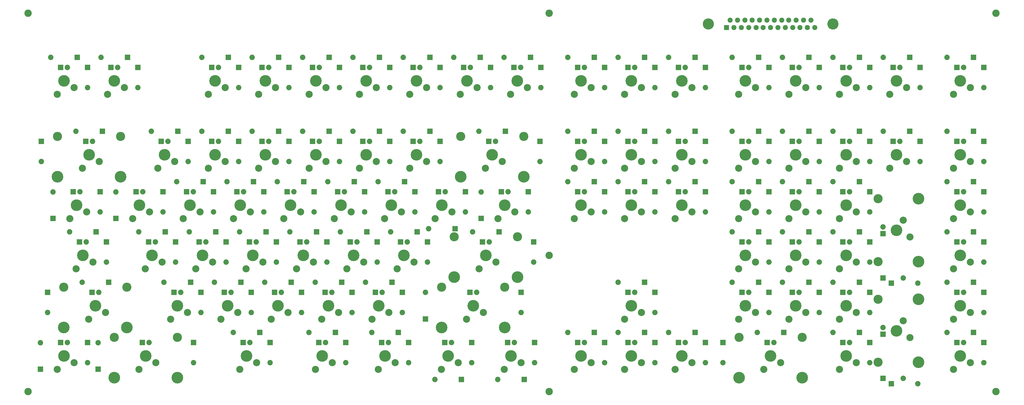
<source format=gts>
G04 #@! TF.FileFunction,Soldermask,Top*
%FSLAX46Y46*%
G04 Gerber Fmt 4.6, Leading zero omitted, Abs format (unit mm)*
G04 Created by KiCad (PCBNEW 4.0.7) date 12/14/17 04:12:44*
%MOMM*%
%LPD*%
G01*
G04 APERTURE LIST*
%ADD10C,0.100000*%
%ADD11C,2.686000*%
%ADD12C,4.387800*%
%ADD13C,2.051000*%
%ADD14R,2.051000X2.051000*%
%ADD15C,4.210000*%
%ADD16R,1.924000X1.924000*%
%ADD17C,1.924000*%
%ADD18C,4.400000*%
%ADD19C,3.450000*%
%ADD20C,2.800000*%
G04 APERTURE END LIST*
D10*
D11*
X309460000Y-138080000D03*
X315810000Y-135540000D03*
D12*
X312000000Y-133000000D03*
D13*
X320890000Y-135540000D03*
D14*
X320890000Y-127920000D03*
D13*
X313270000Y-127920000D03*
D14*
X310730000Y-127920000D03*
X317000000Y-124110000D03*
D13*
X307000000Y-124110000D03*
D15*
X306995000Y-7500000D03*
X260005000Y-7500000D03*
D16*
X266863000Y-8897000D03*
D17*
X269657000Y-8897000D03*
X272451000Y-8897000D03*
X275245000Y-8897000D03*
X278039000Y-8897000D03*
X280706000Y-8897000D03*
X283500000Y-8897000D03*
X286294000Y-8897000D03*
X289088000Y-8897000D03*
X291882000Y-8897000D03*
X294549000Y-8897000D03*
X297343000Y-8897000D03*
X300137000Y-8897000D03*
X268260000Y-6103000D03*
X271054000Y-6103000D03*
X273848000Y-6103000D03*
X276515000Y-6103000D03*
X279309000Y-6103000D03*
X282103000Y-6103000D03*
X284897000Y-6103000D03*
X287691000Y-6103000D03*
X290358000Y-6103000D03*
X293152000Y-6103000D03*
X295946000Y-6103000D03*
X298740000Y-6103000D03*
D11*
X71460000Y-34080000D03*
X77810000Y-31540000D03*
D12*
X74000000Y-29000000D03*
D13*
X82890000Y-31540000D03*
D14*
X82890000Y-23920000D03*
D13*
X75270000Y-23920000D03*
D14*
X72730000Y-23920000D03*
X79000000Y-20110000D03*
D13*
X69000000Y-20110000D03*
D11*
X90460000Y-34080000D03*
X96810000Y-31540000D03*
D12*
X93000000Y-29000000D03*
D13*
X101890000Y-31540000D03*
D14*
X101890000Y-23920000D03*
D13*
X94270000Y-23920000D03*
D14*
X91730000Y-23920000D03*
X98000000Y-20110000D03*
D13*
X88000000Y-20110000D03*
D11*
X109460000Y-34080000D03*
X115810000Y-31540000D03*
D12*
X112000000Y-29000000D03*
D13*
X120890000Y-31540000D03*
D14*
X120890000Y-23920000D03*
D13*
X113270000Y-23920000D03*
D14*
X110730000Y-23920000D03*
X117000000Y-20110000D03*
D13*
X107000000Y-20110000D03*
D11*
X128460000Y-34080000D03*
X134810000Y-31540000D03*
D12*
X131000000Y-29000000D03*
D13*
X139890000Y-31540000D03*
D14*
X139890000Y-23920000D03*
D13*
X132270000Y-23920000D03*
D14*
X129730000Y-23920000D03*
X136000000Y-20110000D03*
D13*
X126000000Y-20110000D03*
D11*
X147460000Y-34080000D03*
X153810000Y-31540000D03*
D12*
X150000000Y-29000000D03*
D13*
X158890000Y-31540000D03*
D14*
X158890000Y-23920000D03*
D13*
X151270000Y-23920000D03*
D14*
X148730000Y-23920000D03*
X155000000Y-20110000D03*
D13*
X145000000Y-20110000D03*
D11*
X166460000Y-34080000D03*
X172810000Y-31540000D03*
D12*
X169000000Y-29000000D03*
D13*
X177890000Y-31540000D03*
D14*
X177890000Y-23920000D03*
D13*
X170270000Y-23920000D03*
D14*
X167730000Y-23920000D03*
X174000000Y-20110000D03*
D13*
X164000000Y-20110000D03*
D11*
X185460000Y-34080000D03*
X191810000Y-31540000D03*
D12*
X188000000Y-29000000D03*
D13*
X196890000Y-31540000D03*
D14*
X196890000Y-23920000D03*
D13*
X189270000Y-23920000D03*
D14*
X186730000Y-23920000D03*
X193000000Y-20110000D03*
D13*
X183000000Y-20110000D03*
D11*
X109460000Y-62080000D03*
X115810000Y-59540000D03*
D12*
X112000000Y-57000000D03*
D13*
X120890000Y-59540000D03*
D14*
X120890000Y-51920000D03*
D13*
X113270000Y-51920000D03*
D14*
X110730000Y-51920000D03*
X117000000Y-48110000D03*
D13*
X107000000Y-48110000D03*
D11*
X52460000Y-62080000D03*
X58810000Y-59540000D03*
D12*
X55000000Y-57000000D03*
D13*
X63890000Y-59540000D03*
D14*
X63890000Y-51920000D03*
D13*
X56270000Y-51920000D03*
D14*
X53730000Y-51920000D03*
X60000000Y-48110000D03*
D13*
X50000000Y-48110000D03*
D11*
X71460000Y-62080000D03*
X77810000Y-59540000D03*
D12*
X74000000Y-57000000D03*
D13*
X82890000Y-59540000D03*
D14*
X82890000Y-51920000D03*
D13*
X75270000Y-51920000D03*
D14*
X72730000Y-51920000D03*
X79000000Y-48110000D03*
D13*
X69000000Y-48110000D03*
D11*
X90460000Y-62080000D03*
X96810000Y-59540000D03*
D12*
X93000000Y-57000000D03*
D13*
X101890000Y-59540000D03*
D14*
X101890000Y-51920000D03*
D13*
X94270000Y-51920000D03*
D14*
X91730000Y-51920000D03*
X98000000Y-48110000D03*
D13*
X88000000Y-48110000D03*
D11*
X175960000Y-62080000D03*
X182310000Y-59540000D03*
D12*
X178500000Y-57000000D03*
D13*
X196500000Y-59540000D03*
D14*
X196500000Y-51920000D03*
D13*
X179770000Y-51920000D03*
D14*
X177230000Y-51920000D03*
X183500000Y-48110000D03*
D13*
X173500000Y-48110000D03*
D18*
X190400000Y-65240000D03*
D19*
X190400000Y-50000000D03*
D18*
X166600000Y-65240000D03*
D19*
X166600000Y-50000000D03*
D11*
X95210000Y-119080000D03*
X101560000Y-116540000D03*
D12*
X97750000Y-114000000D03*
D13*
X106640000Y-116540000D03*
D14*
X106640000Y-108920000D03*
D13*
X99020000Y-108920000D03*
D14*
X96480000Y-108920000D03*
X102750000Y-105110000D03*
D13*
X92750000Y-105110000D03*
D11*
X209460000Y-81080000D03*
X215810000Y-78540000D03*
D12*
X212000000Y-76000000D03*
D13*
X220890000Y-78540000D03*
D14*
X220890000Y-70920000D03*
D13*
X213270000Y-70920000D03*
D14*
X210730000Y-70920000D03*
X217000000Y-67110000D03*
D13*
X207000000Y-67110000D03*
D11*
X228460000Y-138080000D03*
X234810000Y-135540000D03*
D12*
X231000000Y-133000000D03*
D13*
X239890000Y-135540000D03*
D14*
X239890000Y-127920000D03*
D13*
X232270000Y-127920000D03*
D14*
X229730000Y-127920000D03*
X236000000Y-124110000D03*
D13*
X226000000Y-124110000D03*
D11*
X228460000Y-81080000D03*
X234810000Y-78540000D03*
D12*
X231000000Y-76000000D03*
D13*
X239890000Y-78540000D03*
D14*
X239890000Y-70920000D03*
D13*
X232270000Y-70920000D03*
D14*
X229730000Y-70920000D03*
X236000000Y-67110000D03*
D13*
X226000000Y-67110000D03*
D11*
X173585000Y-100080000D03*
X179935000Y-97540000D03*
D12*
X176125000Y-95000000D03*
D13*
X194125000Y-97540000D03*
D14*
X194125000Y-89920000D03*
D13*
X177395000Y-89920000D03*
D14*
X174855000Y-89920000D03*
X181125000Y-86110000D03*
D13*
X171125000Y-86110000D03*
D18*
X188025000Y-103240000D03*
D19*
X188025000Y-88000000D03*
D18*
X164225000Y-103240000D03*
D19*
X164225000Y-88000000D03*
D11*
X147460000Y-62080000D03*
X153810000Y-59540000D03*
D12*
X150000000Y-57000000D03*
D13*
X158890000Y-59540000D03*
D14*
X158890000Y-51920000D03*
D13*
X151270000Y-51920000D03*
D14*
X148730000Y-51920000D03*
X155000000Y-48110000D03*
D13*
X145000000Y-48110000D03*
D11*
X133210000Y-119080000D03*
X139560000Y-116540000D03*
D12*
X135750000Y-114000000D03*
D13*
X144640000Y-116540000D03*
D14*
X144640000Y-108920000D03*
D13*
X137020000Y-108920000D03*
D14*
X134480000Y-108920000D03*
X140750000Y-105110000D03*
D13*
X130750000Y-105110000D03*
D11*
X47710000Y-100080000D03*
X54060000Y-97540000D03*
D12*
X50250000Y-95000000D03*
D13*
X59140000Y-97540000D03*
D14*
X59140000Y-89920000D03*
D13*
X51520000Y-89920000D03*
D14*
X48980000Y-89920000D03*
X55250000Y-86110000D03*
D13*
X45250000Y-86110000D03*
D11*
X228460000Y-62080000D03*
X234810000Y-59540000D03*
D12*
X231000000Y-57000000D03*
D13*
X239890000Y-59540000D03*
D14*
X239890000Y-51920000D03*
D13*
X232270000Y-51920000D03*
D14*
X229730000Y-51920000D03*
X236000000Y-48110000D03*
D13*
X226000000Y-48110000D03*
D11*
X80960000Y-81080000D03*
X87310000Y-78540000D03*
D12*
X83500000Y-76000000D03*
D13*
X92390000Y-78540000D03*
D14*
X92390000Y-70920000D03*
D13*
X84770000Y-70920000D03*
D14*
X82230000Y-70920000D03*
X88500000Y-67110000D03*
D13*
X78500000Y-67110000D03*
D11*
X209460000Y-62080000D03*
X215810000Y-59540000D03*
D12*
X212000000Y-57000000D03*
D13*
X220890000Y-59540000D03*
D14*
X220890000Y-51920000D03*
D13*
X213270000Y-51920000D03*
D14*
X210730000Y-51920000D03*
X217000000Y-48110000D03*
D13*
X207000000Y-48110000D03*
D11*
X66710000Y-100080000D03*
X73060000Y-97540000D03*
D12*
X69250000Y-95000000D03*
D13*
X78140000Y-97540000D03*
D14*
X78140000Y-89920000D03*
D13*
X70520000Y-89920000D03*
D14*
X67980000Y-89920000D03*
X74250000Y-86110000D03*
D13*
X64250000Y-86110000D03*
D11*
X85710000Y-100080000D03*
X92060000Y-97540000D03*
D12*
X88250000Y-95000000D03*
D13*
X97140000Y-97540000D03*
D14*
X97140000Y-89920000D03*
D13*
X89520000Y-89920000D03*
D14*
X86980000Y-89920000D03*
X93250000Y-86110000D03*
D13*
X83250000Y-86110000D03*
D11*
X104710000Y-100080000D03*
X111060000Y-97540000D03*
D12*
X107250000Y-95000000D03*
D13*
X116140000Y-97540000D03*
D14*
X116140000Y-89920000D03*
D13*
X108520000Y-89920000D03*
D14*
X105980000Y-89920000D03*
X112250000Y-86110000D03*
D13*
X102250000Y-86110000D03*
D11*
X209460000Y-138080000D03*
X215810000Y-135540000D03*
D12*
X212000000Y-133000000D03*
D13*
X220890000Y-135540000D03*
D14*
X220890000Y-127920000D03*
D13*
X213270000Y-127920000D03*
D14*
X210730000Y-127920000D03*
X217000000Y-124110000D03*
D13*
X207000000Y-124110000D03*
D11*
X137960000Y-81080000D03*
X144310000Y-78540000D03*
D12*
X140500000Y-76000000D03*
D13*
X149390000Y-78540000D03*
D14*
X149390000Y-70920000D03*
D13*
X141770000Y-70920000D03*
D14*
X139230000Y-70920000D03*
X145500000Y-67110000D03*
D13*
X135500000Y-67110000D03*
D11*
X76210000Y-119080000D03*
X82560000Y-116540000D03*
D12*
X78750000Y-114000000D03*
D13*
X87640000Y-116540000D03*
D14*
X87640000Y-108920000D03*
D13*
X80020000Y-108920000D03*
D14*
X77480000Y-108920000D03*
X83750000Y-105110000D03*
D13*
X73750000Y-105110000D03*
D11*
X128460000Y-62080000D03*
X134810000Y-59540000D03*
D12*
X131000000Y-57000000D03*
D13*
X139890000Y-59540000D03*
D14*
X139890000Y-51920000D03*
D13*
X132270000Y-51920000D03*
D14*
X129730000Y-51920000D03*
X136000000Y-48110000D03*
D13*
X126000000Y-48110000D03*
D11*
X57210000Y-119080000D03*
X63560000Y-116540000D03*
D12*
X59750000Y-114000000D03*
D13*
X68640000Y-116540000D03*
D14*
X68640000Y-108920000D03*
D13*
X61020000Y-108920000D03*
D14*
X58480000Y-108920000D03*
X64750000Y-105110000D03*
D13*
X54750000Y-105110000D03*
D11*
X99960000Y-81080000D03*
X106310000Y-78540000D03*
D12*
X102500000Y-76000000D03*
D13*
X111390000Y-78540000D03*
D14*
X111390000Y-70920000D03*
D13*
X103770000Y-70920000D03*
D14*
X101230000Y-70920000D03*
X107500000Y-67110000D03*
D13*
X97500000Y-67110000D03*
D11*
X118960000Y-81080000D03*
X125310000Y-78540000D03*
D12*
X121500000Y-76000000D03*
D13*
X130390000Y-78540000D03*
D14*
X130390000Y-70920000D03*
D13*
X122770000Y-70920000D03*
D14*
X120230000Y-70920000D03*
X126500000Y-67110000D03*
D13*
X116500000Y-67110000D03*
D11*
X247460000Y-81080000D03*
X253810000Y-78540000D03*
D12*
X250000000Y-76000000D03*
D13*
X258890000Y-78540000D03*
D14*
X258890000Y-70920000D03*
D13*
X251270000Y-70920000D03*
D14*
X248730000Y-70920000D03*
X255000000Y-67110000D03*
D13*
X245000000Y-67110000D03*
D11*
X247460000Y-62080000D03*
X253810000Y-59540000D03*
D12*
X250000000Y-57000000D03*
D13*
X258890000Y-59540000D03*
D14*
X258890000Y-51920000D03*
D13*
X251270000Y-51920000D03*
D14*
X248730000Y-51920000D03*
X255000000Y-48110000D03*
D13*
X245000000Y-48110000D03*
D11*
X247460000Y-34080000D03*
X253810000Y-31540000D03*
D12*
X250000000Y-29000000D03*
D13*
X258890000Y-31540000D03*
D14*
X258890000Y-23920000D03*
D13*
X251270000Y-23920000D03*
D14*
X248730000Y-23920000D03*
X255000000Y-20110000D03*
D13*
X245000000Y-20110000D03*
D11*
X114210000Y-119080000D03*
X120560000Y-116540000D03*
D12*
X116750000Y-114000000D03*
D13*
X125640000Y-116540000D03*
D14*
X125640000Y-108920000D03*
D13*
X118020000Y-108920000D03*
D14*
X115480000Y-108920000D03*
X121750000Y-105110000D03*
D13*
X111750000Y-105110000D03*
D11*
X209460000Y-34080000D03*
X215810000Y-31540000D03*
D12*
X212000000Y-29000000D03*
D13*
X220890000Y-31540000D03*
D14*
X220890000Y-23920000D03*
D13*
X213270000Y-23920000D03*
D14*
X210730000Y-23920000D03*
X217000000Y-20110000D03*
D13*
X207000000Y-20110000D03*
D11*
X142710000Y-100080000D03*
X149060000Y-97540000D03*
D12*
X145250000Y-95000000D03*
D13*
X154140000Y-97540000D03*
D14*
X154140000Y-89920000D03*
D13*
X146520000Y-89920000D03*
D14*
X143980000Y-89920000D03*
X150250000Y-86110000D03*
D13*
X140250000Y-86110000D03*
D11*
X247460000Y-138080000D03*
X253810000Y-135540000D03*
D12*
X250000000Y-133000000D03*
D13*
X258890000Y-135540000D03*
D14*
X258890000Y-127920000D03*
D13*
X251270000Y-127920000D03*
D14*
X248730000Y-127920000D03*
X255000000Y-124110000D03*
D13*
X245000000Y-124110000D03*
D11*
X111835000Y-138080000D03*
X118185000Y-135540000D03*
D12*
X114375000Y-133000000D03*
D13*
X123265000Y-135540000D03*
D14*
X123265000Y-127920000D03*
D13*
X115645000Y-127920000D03*
D14*
X113105000Y-127920000D03*
X119375000Y-124110000D03*
D13*
X109375000Y-124110000D03*
D11*
X83335000Y-138080000D03*
X89685000Y-135540000D03*
D12*
X85875000Y-133000000D03*
D13*
X94765000Y-135540000D03*
D14*
X94765000Y-127920000D03*
D13*
X87145000Y-127920000D03*
D14*
X84605000Y-127920000D03*
X90875000Y-124110000D03*
D13*
X80875000Y-124110000D03*
D11*
X135585000Y-138080000D03*
X141935000Y-135540000D03*
D12*
X138125000Y-133000000D03*
D13*
X147015000Y-135540000D03*
D14*
X147015000Y-127920000D03*
D13*
X139395000Y-127920000D03*
D14*
X136855000Y-127920000D03*
X143125000Y-124110000D03*
D13*
X133125000Y-124110000D03*
D11*
X228460000Y-34080000D03*
X234810000Y-31540000D03*
D12*
X231000000Y-29000000D03*
D13*
X239890000Y-31540000D03*
D14*
X239890000Y-23920000D03*
D13*
X232270000Y-23920000D03*
D14*
X229730000Y-23920000D03*
X236000000Y-20110000D03*
D13*
X226000000Y-20110000D03*
D11*
X123710000Y-100080000D03*
X130060000Y-97540000D03*
D12*
X126250000Y-95000000D03*
D13*
X135140000Y-97540000D03*
D14*
X135140000Y-89920000D03*
D13*
X127520000Y-89920000D03*
D14*
X124980000Y-89920000D03*
X131250000Y-86110000D03*
D13*
X121250000Y-86110000D03*
D11*
X61960000Y-81080000D03*
X68310000Y-78540000D03*
D12*
X64500000Y-76000000D03*
D13*
X73390000Y-78540000D03*
D14*
X73390000Y-70920000D03*
D13*
X65770000Y-70920000D03*
D14*
X63230000Y-70920000D03*
X69500000Y-67110000D03*
D13*
X59500000Y-67110000D03*
D11*
X228460000Y-119080000D03*
X234810000Y-116540000D03*
D12*
X231000000Y-114000000D03*
D13*
X239890000Y-116540000D03*
D14*
X239890000Y-108920000D03*
D13*
X232270000Y-108920000D03*
D14*
X229730000Y-108920000D03*
X236000000Y-105110000D03*
D13*
X226000000Y-105110000D03*
D11*
X352460000Y-34080000D03*
X358810000Y-31540000D03*
D12*
X355000000Y-29000000D03*
D13*
X363890000Y-31540000D03*
D14*
X363890000Y-23920000D03*
D13*
X356270000Y-23920000D03*
D14*
X353730000Y-23920000D03*
X360000000Y-20110000D03*
D13*
X350000000Y-20110000D03*
D11*
X352460000Y-62080000D03*
X358810000Y-59540000D03*
D12*
X355000000Y-57000000D03*
D13*
X363890000Y-59540000D03*
D14*
X363890000Y-51920000D03*
D13*
X356270000Y-51920000D03*
D14*
X353730000Y-51920000D03*
X360000000Y-48110000D03*
D13*
X350000000Y-48110000D03*
D11*
X352460000Y-81080000D03*
X358810000Y-78540000D03*
D12*
X355000000Y-76000000D03*
D13*
X363890000Y-78540000D03*
D14*
X363890000Y-70920000D03*
D13*
X356270000Y-70920000D03*
D14*
X353730000Y-70920000D03*
X360000000Y-67110000D03*
D13*
X350000000Y-67110000D03*
D11*
X352460000Y-100080000D03*
X358810000Y-97540000D03*
D12*
X355000000Y-95000000D03*
D13*
X363890000Y-97540000D03*
D14*
X363890000Y-89920000D03*
D13*
X356270000Y-89920000D03*
D14*
X353730000Y-89920000D03*
X360000000Y-86110000D03*
D13*
X350000000Y-86110000D03*
D11*
X352460000Y-119080000D03*
X358810000Y-116540000D03*
D12*
X355000000Y-114000000D03*
D13*
X363890000Y-116540000D03*
D14*
X363890000Y-108920000D03*
D13*
X356270000Y-108920000D03*
D14*
X353730000Y-108920000D03*
X360000000Y-105110000D03*
D13*
X350000000Y-105110000D03*
D11*
X352460000Y-138080000D03*
X358810000Y-135540000D03*
D12*
X355000000Y-133000000D03*
D13*
X363890000Y-135540000D03*
D14*
X363890000Y-127920000D03*
D13*
X356270000Y-127920000D03*
D14*
X353730000Y-127920000D03*
X360000000Y-124110000D03*
D13*
X350000000Y-124110000D03*
D11*
X14460000Y-34080000D03*
X20810000Y-31540000D03*
D12*
X17000000Y-29000000D03*
D13*
X25890000Y-31540000D03*
D14*
X25890000Y-23920000D03*
D13*
X18270000Y-23920000D03*
D14*
X15730000Y-23920000D03*
X22000000Y-20110000D03*
D13*
X12000000Y-20110000D03*
D11*
X33460000Y-34080000D03*
X39810000Y-31540000D03*
D12*
X36000000Y-29000000D03*
D13*
X44890000Y-31540000D03*
D14*
X44890000Y-23920000D03*
D13*
X37270000Y-23920000D03*
D14*
X34730000Y-23920000D03*
X41000000Y-20110000D03*
D13*
X31000000Y-20110000D03*
D11*
X23960000Y-62080000D03*
X30310000Y-59540000D03*
D12*
X26500000Y-57000000D03*
D13*
X8500000Y-59540000D03*
D14*
X8500000Y-51920000D03*
D13*
X27770000Y-51920000D03*
D14*
X25230000Y-51920000D03*
X31500000Y-48110000D03*
D13*
X21500000Y-48110000D03*
D18*
X38400000Y-65240000D03*
D19*
X38400000Y-50000000D03*
D18*
X14600000Y-65240000D03*
D19*
X14600000Y-50000000D03*
D11*
X21585000Y-100080000D03*
X27935000Y-97540000D03*
D12*
X24125000Y-95000000D03*
D13*
X33015000Y-97540000D03*
D14*
X33015000Y-89920000D03*
D13*
X25395000Y-89920000D03*
D14*
X22855000Y-89920000D03*
X29125000Y-86110000D03*
D13*
X19125000Y-86110000D03*
D11*
X26335000Y-119080000D03*
X32685000Y-116540000D03*
D12*
X28875000Y-114000000D03*
D13*
X10875000Y-116540000D03*
D14*
X10875000Y-108920000D03*
D13*
X30145000Y-108920000D03*
D14*
X27605000Y-108920000D03*
X33875000Y-105110000D03*
D13*
X23875000Y-105110000D03*
D18*
X40775000Y-122240000D03*
D19*
X40775000Y-107000000D03*
D18*
X16975000Y-122240000D03*
D19*
X16975000Y-107000000D03*
D11*
X280960000Y-138080000D03*
X287310000Y-135540000D03*
D12*
X283500000Y-133000000D03*
D13*
X265500000Y-135540000D03*
D14*
X265500000Y-127920000D03*
D13*
X284770000Y-127920000D03*
D14*
X282230000Y-127920000D03*
X288500000Y-124110000D03*
D13*
X278500000Y-124110000D03*
D18*
X295400000Y-141240000D03*
D19*
X295400000Y-126000000D03*
D18*
X271600000Y-141240000D03*
D19*
X271600000Y-126000000D03*
D11*
X271460000Y-119080000D03*
X277810000Y-116540000D03*
D12*
X274000000Y-114000000D03*
D13*
X282890000Y-116540000D03*
D14*
X282890000Y-108920000D03*
D13*
X275270000Y-108920000D03*
D14*
X272730000Y-108920000D03*
X279000000Y-105110000D03*
D13*
X269000000Y-105110000D03*
D11*
X290460000Y-119080000D03*
X296810000Y-116540000D03*
D12*
X293000000Y-114000000D03*
D13*
X301890000Y-116540000D03*
D14*
X301890000Y-108920000D03*
D13*
X294270000Y-108920000D03*
D14*
X291730000Y-108920000D03*
X298000000Y-105110000D03*
D13*
X288000000Y-105110000D03*
D11*
X309460000Y-119080000D03*
X315810000Y-116540000D03*
D12*
X312000000Y-114000000D03*
D13*
X320890000Y-116540000D03*
D14*
X320890000Y-108920000D03*
D13*
X313270000Y-108920000D03*
D14*
X310730000Y-108920000D03*
X317000000Y-105110000D03*
D13*
X307000000Y-105110000D03*
D11*
X271460000Y-100080000D03*
X277810000Y-97540000D03*
D12*
X274000000Y-95000000D03*
D13*
X282890000Y-97540000D03*
D14*
X282890000Y-89920000D03*
D13*
X275270000Y-89920000D03*
D14*
X272730000Y-89920000D03*
X279000000Y-86110000D03*
D13*
X269000000Y-86110000D03*
D11*
X290460000Y-100080000D03*
X296810000Y-97540000D03*
D12*
X293000000Y-95000000D03*
D13*
X301890000Y-97540000D03*
D14*
X301890000Y-89920000D03*
D13*
X294270000Y-89920000D03*
D14*
X291730000Y-89920000D03*
X298000000Y-86110000D03*
D13*
X288000000Y-86110000D03*
D11*
X309460000Y-100080000D03*
X315810000Y-97540000D03*
D12*
X312000000Y-95000000D03*
D13*
X320890000Y-97540000D03*
D14*
X320890000Y-89920000D03*
D13*
X313270000Y-89920000D03*
D14*
X310730000Y-89920000D03*
X317000000Y-86110000D03*
D13*
X307000000Y-86110000D03*
D11*
X271460000Y-81080000D03*
X277810000Y-78540000D03*
D12*
X274000000Y-76000000D03*
D13*
X282890000Y-78540000D03*
D14*
X282890000Y-70920000D03*
D13*
X275270000Y-70920000D03*
D14*
X272730000Y-70920000D03*
X279000000Y-67110000D03*
D13*
X269000000Y-67110000D03*
D11*
X290460000Y-81080000D03*
X296810000Y-78540000D03*
D12*
X293000000Y-76000000D03*
D13*
X301890000Y-78540000D03*
D14*
X301890000Y-70920000D03*
D13*
X294270000Y-70920000D03*
D14*
X291730000Y-70920000D03*
X298000000Y-67110000D03*
D13*
X288000000Y-67110000D03*
D11*
X309460000Y-81080000D03*
X315810000Y-78540000D03*
D12*
X312000000Y-76000000D03*
D13*
X320890000Y-78540000D03*
D14*
X320890000Y-70920000D03*
D13*
X313270000Y-70920000D03*
D14*
X310730000Y-70920000D03*
X317000000Y-67110000D03*
D13*
X307000000Y-67110000D03*
D11*
X290460000Y-62080000D03*
X296810000Y-59540000D03*
D12*
X293000000Y-57000000D03*
D13*
X301890000Y-59540000D03*
D14*
X301890000Y-51920000D03*
D13*
X294270000Y-51920000D03*
D14*
X291730000Y-51920000D03*
X298000000Y-48110000D03*
D13*
X288000000Y-48110000D03*
D11*
X271460000Y-62080000D03*
X277810000Y-59540000D03*
D12*
X274000000Y-57000000D03*
D13*
X282890000Y-59540000D03*
D14*
X282890000Y-51920000D03*
D13*
X275270000Y-51920000D03*
D14*
X272730000Y-51920000D03*
X279000000Y-48110000D03*
D13*
X269000000Y-48110000D03*
D11*
X328460000Y-62080000D03*
X334810000Y-59540000D03*
D12*
X331000000Y-57000000D03*
D13*
X339890000Y-59540000D03*
D14*
X339890000Y-51920000D03*
D13*
X332270000Y-51920000D03*
D14*
X329730000Y-51920000D03*
X336000000Y-48110000D03*
D13*
X326000000Y-48110000D03*
D11*
X309460000Y-62080000D03*
X315810000Y-59540000D03*
D12*
X312000000Y-57000000D03*
D13*
X320890000Y-59540000D03*
D14*
X320890000Y-51920000D03*
D13*
X313270000Y-51920000D03*
D14*
X310730000Y-51920000D03*
X317000000Y-48110000D03*
D13*
X307000000Y-48110000D03*
D11*
X271460000Y-34080000D03*
X277810000Y-31540000D03*
D12*
X274000000Y-29000000D03*
D13*
X282890000Y-31540000D03*
D14*
X282890000Y-23920000D03*
D13*
X275270000Y-23920000D03*
D14*
X272730000Y-23920000D03*
X279000000Y-20110000D03*
D13*
X269000000Y-20110000D03*
D11*
X290460000Y-34080000D03*
X296810000Y-31540000D03*
D12*
X293000000Y-29000000D03*
D13*
X301890000Y-31540000D03*
D14*
X301890000Y-23920000D03*
D13*
X294270000Y-23920000D03*
D14*
X291730000Y-23920000D03*
X298000000Y-20110000D03*
D13*
X288000000Y-20110000D03*
D11*
X309460000Y-34080000D03*
X315810000Y-31540000D03*
D12*
X312000000Y-29000000D03*
D13*
X320890000Y-31540000D03*
D14*
X320890000Y-23920000D03*
D13*
X313270000Y-23920000D03*
D14*
X310730000Y-23920000D03*
X317000000Y-20110000D03*
D13*
X307000000Y-20110000D03*
D11*
X328460000Y-34080000D03*
X334810000Y-31540000D03*
D12*
X331000000Y-29000000D03*
D13*
X339890000Y-31540000D03*
D14*
X339890000Y-23920000D03*
D13*
X332270000Y-23920000D03*
D14*
X329730000Y-23920000D03*
X336000000Y-20110000D03*
D13*
X326000000Y-20110000D03*
D20*
X3500000Y-3500000D03*
X3500000Y-146500000D03*
X368500000Y-3500000D03*
X368500000Y-146500000D03*
X200000000Y-3500000D03*
X200000000Y-95000000D03*
X200000000Y-146500000D03*
D11*
X19210000Y-81080000D03*
X25560000Y-78540000D03*
D12*
X21750000Y-76000000D03*
D13*
X30640000Y-78540000D03*
D14*
X30640000Y-70920000D03*
D13*
X23020000Y-70920000D03*
D14*
X20480000Y-70920000D03*
X12860000Y-81000000D03*
D13*
X12860000Y-71000000D03*
D11*
X14460000Y-138080000D03*
X20810000Y-135540000D03*
D12*
X17000000Y-133000000D03*
D13*
X25890000Y-135540000D03*
D14*
X25890000Y-127920000D03*
D13*
X18270000Y-127920000D03*
D14*
X15730000Y-127920000D03*
X8110000Y-138000000D03*
D13*
X8110000Y-128000000D03*
D11*
X42960000Y-81080000D03*
X49310000Y-78540000D03*
D12*
X45500000Y-76000000D03*
D13*
X54390000Y-78540000D03*
D14*
X54390000Y-70920000D03*
D13*
X46770000Y-70920000D03*
D14*
X44230000Y-70920000D03*
X36610000Y-81000000D03*
D13*
X36610000Y-71000000D03*
D11*
X45335000Y-138080000D03*
X51685000Y-135540000D03*
D12*
X47875000Y-133000000D03*
D13*
X65875000Y-135540000D03*
D14*
X65875000Y-127920000D03*
D13*
X49145000Y-127920000D03*
D14*
X46605000Y-127920000D03*
X29875000Y-138000000D03*
D13*
X29875000Y-128000000D03*
D18*
X59775000Y-141240000D03*
D19*
X59775000Y-126000000D03*
D18*
X35975000Y-141240000D03*
D19*
X35975000Y-126000000D03*
D11*
X168835000Y-119080000D03*
X175185000Y-116540000D03*
D12*
X171375000Y-114000000D03*
D13*
X189375000Y-116540000D03*
D14*
X189375000Y-108920000D03*
D13*
X172645000Y-108920000D03*
D14*
X170105000Y-108920000D03*
X153375000Y-119000000D03*
D13*
X153375000Y-109000000D03*
D18*
X183275000Y-122240000D03*
D19*
X183275000Y-107000000D03*
D18*
X159475000Y-122240000D03*
D19*
X159475000Y-107000000D03*
D11*
X159335000Y-138080000D03*
X165685000Y-135540000D03*
D12*
X161875000Y-133000000D03*
D13*
X170765000Y-135540000D03*
D14*
X170765000Y-127920000D03*
D13*
X163145000Y-127920000D03*
D14*
X160605000Y-127920000D03*
X166875000Y-141890000D03*
D13*
X156875000Y-141890000D03*
D11*
X183085000Y-138080000D03*
X189435000Y-135540000D03*
D12*
X185625000Y-133000000D03*
D13*
X194515000Y-135540000D03*
D14*
X194515000Y-127920000D03*
D13*
X186895000Y-127920000D03*
D14*
X184355000Y-127920000D03*
X190625000Y-141890000D03*
D13*
X180625000Y-141890000D03*
D11*
X180710000Y-81080000D03*
X187060000Y-78540000D03*
D12*
X183250000Y-76000000D03*
D13*
X192140000Y-78540000D03*
D14*
X192140000Y-70920000D03*
D13*
X184520000Y-70920000D03*
D14*
X181980000Y-70920000D03*
X174360000Y-81000000D03*
D13*
X174360000Y-71000000D03*
D11*
X156960000Y-81080000D03*
X163310000Y-78540000D03*
D12*
X159500000Y-76000000D03*
D13*
X168390000Y-78540000D03*
D14*
X168390000Y-70920000D03*
D13*
X160770000Y-70920000D03*
D14*
X158230000Y-70920000D03*
X164500000Y-84890000D03*
D13*
X154500000Y-84890000D03*
D11*
X336080000Y-88040000D03*
X333540000Y-81690000D03*
D12*
X331000000Y-85500000D03*
D13*
X333540000Y-103500000D03*
D14*
X325920000Y-103500000D03*
D13*
X325920000Y-84230000D03*
D14*
X325920000Y-86770000D03*
X329000000Y-105500000D03*
D13*
X339000000Y-105500000D03*
D18*
X339240000Y-73600000D03*
D19*
X324000000Y-73600000D03*
D18*
X339240000Y-97400000D03*
D19*
X324000000Y-97400000D03*
D11*
X336080000Y-126040000D03*
X333540000Y-119690000D03*
D12*
X331000000Y-123500000D03*
D13*
X333540000Y-141500000D03*
D14*
X325920000Y-141500000D03*
D13*
X325920000Y-122230000D03*
D14*
X325920000Y-124770000D03*
X329000000Y-143500000D03*
D13*
X339000000Y-143500000D03*
D18*
X339240000Y-111600000D03*
D19*
X324000000Y-111600000D03*
D18*
X339240000Y-135400000D03*
D19*
X324000000Y-135400000D03*
M02*

</source>
